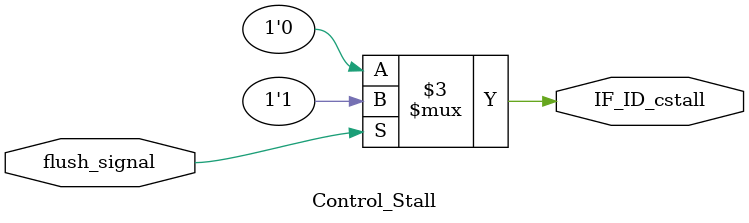
<source format=v>
`timescale 1ps / 1ps


module Control_Stall(
        input flush_signal,
        output reg IF_ID_cstall
    );
    always @ (*) begin
        IF_ID_cstall = 1'b0;
        if (flush_signal) begin
            IF_ID_cstall = 1'b1;
        end
    end
endmodule

</source>
